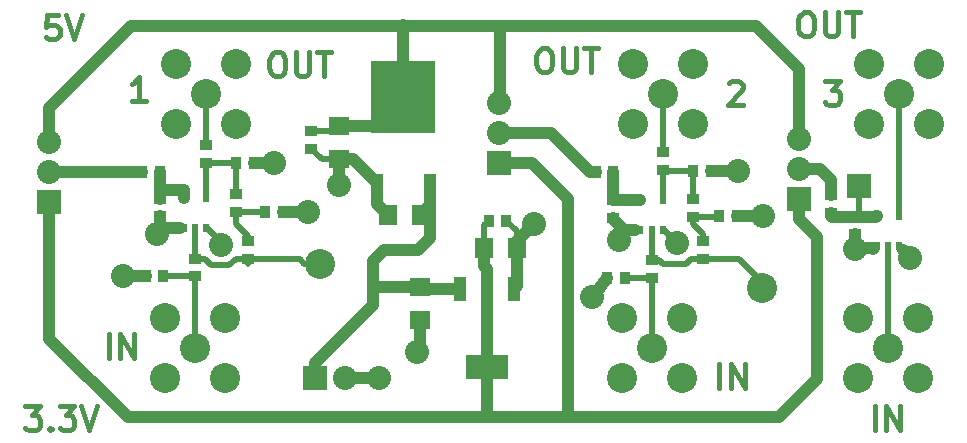
<source format=gtl>
G04 (created by PCBNEW (2013-07-07 BZR 4022)-stable) date 11/20/2013 5:37:08 PM*
%MOIN*%
G04 Gerber Fmt 3.4, Leading zero omitted, Abs format*
%FSLAX34Y34*%
G01*
G70*
G90*
G04 APERTURE LIST*
%ADD10C,0.00590551*%
%ADD11C,0.015*%
%ADD12R,0.0393X0.0629*%
%ADD13R,0.2125X0.244*%
%ADD14R,0.02X0.03*%
%ADD15R,0.144X0.08*%
%ADD16R,0.04X0.08*%
%ADD17R,0.0394X0.0354*%
%ADD18R,0.0354X0.0394*%
%ADD19R,0.063X0.071*%
%ADD20R,0.071X0.063*%
%ADD21C,0.1*%
%ADD22R,0.08X0.08*%
%ADD23C,0.08*%
%ADD24C,0.04*%
%ADD25C,0.02*%
G04 APERTURE END LIST*
G54D10*
G54D11*
X27233Y12376D02*
X27728Y12376D01*
X27461Y12071D01*
X27576Y12071D01*
X27652Y12033D01*
X27690Y11995D01*
X27728Y11919D01*
X27728Y11728D01*
X27690Y11652D01*
X27652Y11614D01*
X27576Y11576D01*
X27347Y11576D01*
X27271Y11614D01*
X27233Y11652D01*
X24021Y12300D02*
X24059Y12338D01*
X24135Y12376D01*
X24326Y12376D01*
X24402Y12338D01*
X24440Y12300D01*
X24478Y12223D01*
X24478Y12147D01*
X24440Y12033D01*
X23983Y11576D01*
X24478Y11576D01*
X4578Y11701D02*
X4121Y11701D01*
X4350Y11701D02*
X4350Y12501D01*
X4273Y12386D01*
X4197Y12310D01*
X4121Y12272D01*
X569Y1526D02*
X1064Y1526D01*
X797Y1221D01*
X911Y1221D01*
X988Y1183D01*
X1026Y1145D01*
X1064Y1069D01*
X1064Y878D01*
X1026Y802D01*
X988Y764D01*
X911Y726D01*
X683Y726D01*
X607Y764D01*
X569Y802D01*
X1407Y802D02*
X1445Y764D01*
X1407Y726D01*
X1369Y764D01*
X1407Y802D01*
X1407Y726D01*
X1711Y1526D02*
X2207Y1526D01*
X1940Y1221D01*
X2054Y1221D01*
X2130Y1183D01*
X2169Y1145D01*
X2207Y1069D01*
X2207Y878D01*
X2169Y802D01*
X2130Y764D01*
X2054Y726D01*
X1826Y726D01*
X1750Y764D01*
X1711Y802D01*
X2435Y1526D02*
X2702Y726D01*
X2969Y1526D01*
X1672Y14551D02*
X1291Y14551D01*
X1253Y14170D01*
X1291Y14208D01*
X1367Y14246D01*
X1558Y14246D01*
X1634Y14208D01*
X1672Y14170D01*
X1710Y14094D01*
X1710Y13903D01*
X1672Y13827D01*
X1634Y13789D01*
X1558Y13751D01*
X1367Y13751D01*
X1291Y13789D01*
X1253Y13827D01*
X1939Y14551D02*
X2205Y13751D01*
X2472Y14551D01*
X26525Y14651D02*
X26677Y14651D01*
X26753Y14613D01*
X26829Y14536D01*
X26867Y14384D01*
X26867Y14117D01*
X26829Y13965D01*
X26753Y13889D01*
X26677Y13851D01*
X26525Y13851D01*
X26448Y13889D01*
X26372Y13965D01*
X26334Y14117D01*
X26334Y14384D01*
X26372Y14536D01*
X26448Y14613D01*
X26525Y14651D01*
X27210Y14651D02*
X27210Y14003D01*
X27248Y13927D01*
X27286Y13889D01*
X27363Y13851D01*
X27515Y13851D01*
X27591Y13889D01*
X27629Y13927D01*
X27667Y14003D01*
X27667Y14651D01*
X27934Y14651D02*
X28391Y14651D01*
X28163Y13851D02*
X28163Y14651D01*
X17800Y13451D02*
X17952Y13451D01*
X18028Y13413D01*
X18104Y13336D01*
X18142Y13184D01*
X18142Y12917D01*
X18104Y12765D01*
X18028Y12689D01*
X17952Y12651D01*
X17800Y12651D01*
X17723Y12689D01*
X17647Y12765D01*
X17609Y12917D01*
X17609Y13184D01*
X17647Y13336D01*
X17723Y13413D01*
X17800Y13451D01*
X18485Y13451D02*
X18485Y12803D01*
X18523Y12727D01*
X18561Y12689D01*
X18638Y12651D01*
X18790Y12651D01*
X18866Y12689D01*
X18904Y12727D01*
X18942Y12803D01*
X18942Y13451D01*
X19209Y13451D02*
X19666Y13451D01*
X19438Y12651D02*
X19438Y13451D01*
X8900Y13326D02*
X9052Y13326D01*
X9128Y13288D01*
X9204Y13211D01*
X9242Y13059D01*
X9242Y12792D01*
X9204Y12640D01*
X9128Y12564D01*
X9052Y12526D01*
X8900Y12526D01*
X8823Y12564D01*
X8747Y12640D01*
X8709Y12792D01*
X8709Y13059D01*
X8747Y13211D01*
X8823Y13288D01*
X8900Y13326D01*
X9585Y13326D02*
X9585Y12678D01*
X9623Y12602D01*
X9661Y12564D01*
X9738Y12526D01*
X9890Y12526D01*
X9966Y12564D01*
X10004Y12602D01*
X10042Y12678D01*
X10042Y13326D01*
X10309Y13326D02*
X10766Y13326D01*
X10538Y12526D02*
X10538Y13326D01*
X28880Y726D02*
X28880Y1526D01*
X29261Y726D02*
X29261Y1526D01*
X29719Y726D01*
X29719Y1526D01*
X23705Y2126D02*
X23705Y2926D01*
X24086Y2126D02*
X24086Y2926D01*
X24544Y2126D01*
X24544Y2926D01*
X3355Y3126D02*
X3355Y3926D01*
X3736Y3126D02*
X3736Y3926D01*
X4194Y3126D01*
X4194Y3926D01*
G54D12*
X12278Y8961D03*
X14072Y8961D03*
G54D13*
X13175Y11834D03*
G54D14*
X5850Y7450D03*
X6600Y7450D03*
X5850Y8450D03*
X6225Y7450D03*
X6600Y8450D03*
X21075Y7400D03*
X21825Y7400D03*
X21075Y8400D03*
X21450Y7400D03*
X21825Y8400D03*
G54D15*
X15962Y2837D03*
G54D16*
X15962Y5437D03*
X15062Y5437D03*
X16862Y5437D03*
G54D17*
X23150Y6429D03*
X23150Y7021D03*
G54D18*
X20546Y5800D03*
X19954Y5800D03*
G54D17*
X22825Y7829D03*
X22825Y8421D03*
X21825Y9404D03*
X21825Y9996D03*
G54D18*
X19579Y9325D03*
X20171Y9325D03*
X4454Y9325D03*
X5046Y9325D03*
G54D17*
X6600Y9629D03*
X6600Y10221D03*
X7600Y8004D03*
X7600Y8596D03*
X8000Y6429D03*
X8000Y7021D03*
G54D18*
X5171Y5850D03*
X4579Y5850D03*
G54D19*
X12650Y7900D03*
X13750Y7900D03*
G54D20*
X11025Y9750D03*
X11025Y10850D03*
X13737Y4387D03*
X13737Y5487D03*
G54D19*
X16962Y6787D03*
X15862Y6787D03*
G54D17*
X20175Y7804D03*
X20175Y8396D03*
X6225Y5854D03*
X6225Y6446D03*
G54D18*
X16608Y7712D03*
X16016Y7712D03*
X23421Y9375D03*
X22829Y9375D03*
X24296Y7850D03*
X23704Y7850D03*
G54D17*
X21450Y5804D03*
X21450Y6396D03*
G54D18*
X9146Y8000D03*
X8554Y8000D03*
X8196Y9625D03*
X7604Y9625D03*
G54D17*
X10100Y10104D03*
X10100Y10696D03*
X5050Y7854D03*
X5050Y8446D03*
G54D14*
X28950Y6850D03*
X29700Y6850D03*
X28950Y7850D03*
X29325Y6850D03*
X29700Y7850D03*
G54D21*
X21825Y11925D03*
X22825Y12925D03*
X20825Y12925D03*
X20825Y10925D03*
X22825Y10925D03*
X21450Y3475D03*
X22450Y4475D03*
X20450Y4475D03*
X20450Y2475D03*
X22450Y2475D03*
X29325Y3475D03*
X30325Y4475D03*
X28325Y4475D03*
X28325Y2475D03*
X30325Y2475D03*
X29700Y11925D03*
X30700Y12925D03*
X28700Y12925D03*
X28700Y10925D03*
X30700Y10925D03*
G54D17*
X27425Y8571D03*
X27425Y7979D03*
G54D22*
X1375Y8325D03*
G54D23*
X1375Y9325D03*
X1375Y10325D03*
G54D22*
X16375Y9625D03*
G54D23*
X16375Y10625D03*
X16375Y11625D03*
G54D22*
X26375Y8425D03*
G54D23*
X26375Y9425D03*
X26375Y10425D03*
G54D22*
X10225Y2475D03*
G54D23*
X11225Y2475D03*
G54D22*
X28375Y8850D03*
G54D21*
X10400Y6275D03*
X25125Y5450D03*
X6600Y11925D03*
X7600Y12925D03*
X5600Y12925D03*
X5600Y10925D03*
X7600Y10925D03*
X6225Y3475D03*
X7225Y4475D03*
X5225Y4475D03*
X5225Y2475D03*
X7225Y2475D03*
G54D17*
X28225Y7254D03*
X28225Y7846D03*
G54D23*
X12375Y2475D03*
X30075Y6475D03*
X28225Y6775D03*
X20350Y7075D03*
X22300Y6950D03*
X7100Y6900D03*
X19475Y5175D03*
X24325Y9375D03*
X25175Y7850D03*
X17525Y7600D03*
X13625Y3325D03*
X11025Y8900D03*
X10000Y8000D03*
X8875Y9625D03*
X4950Y7275D03*
X3825Y5850D03*
G54D24*
X15962Y2837D02*
X15962Y1162D01*
X15962Y1162D02*
X15975Y1150D01*
X16375Y9625D02*
X17450Y9625D01*
X18650Y8425D02*
X18650Y1150D01*
X17450Y9625D02*
X18650Y8425D01*
X26375Y8425D02*
X26375Y7775D01*
X26350Y7800D02*
X26375Y7775D01*
X26375Y7775D02*
X26975Y7175D01*
X25700Y1150D02*
X18650Y1150D01*
X18650Y1150D02*
X16925Y1150D01*
X15975Y1150D02*
X16925Y1150D01*
X26975Y2425D02*
X25700Y1150D01*
X26975Y7175D02*
X26975Y2425D01*
X15962Y2837D02*
X15962Y5437D01*
X13175Y1150D02*
X13550Y1150D01*
X1375Y8325D02*
X1375Y3774D01*
X4000Y1150D02*
X13175Y1150D01*
X1375Y3774D02*
X4000Y1150D01*
X13550Y1150D02*
X15975Y1150D01*
G54D25*
X16016Y7712D02*
X15862Y7558D01*
X15862Y7558D02*
X15862Y6787D01*
G54D24*
X15962Y5437D02*
X15962Y6112D01*
X15862Y6212D02*
X15862Y6787D01*
X15962Y6112D02*
X15862Y6212D01*
X13175Y11834D02*
X13175Y14200D01*
X13150Y14225D02*
X13150Y14200D01*
X13175Y14200D02*
X13150Y14225D01*
X16375Y11625D02*
X16400Y11650D01*
X16400Y14175D02*
X16400Y14200D01*
X16400Y11650D02*
X16400Y14175D01*
X26375Y10425D02*
X26375Y12750D01*
X9775Y14200D02*
X13150Y14200D01*
X1375Y11475D02*
X4100Y14200D01*
X4100Y14200D02*
X9775Y14200D01*
X1375Y10325D02*
X1375Y11475D01*
X13150Y14200D02*
X15025Y14200D01*
X26375Y12750D02*
X24925Y14200D01*
X24925Y14200D02*
X16400Y14200D01*
X16400Y14200D02*
X14825Y14200D01*
X11025Y10850D02*
X12191Y10850D01*
X12191Y10850D02*
X13175Y11834D01*
G54D25*
X10100Y10696D02*
X10871Y10696D01*
X10871Y10696D02*
X11025Y10850D01*
X6225Y3399D02*
X6225Y5854D01*
X6225Y5854D02*
X5175Y5854D01*
X5175Y5854D02*
X5171Y5850D01*
X21450Y3799D02*
X21450Y5804D01*
X20546Y5800D02*
X21446Y5800D01*
X21446Y5800D02*
X21450Y5804D01*
X6600Y10221D02*
X6600Y11575D01*
X21825Y11525D02*
X21825Y9996D01*
X8000Y7021D02*
X8000Y7200D01*
X7600Y7600D02*
X7600Y8004D01*
X8000Y7200D02*
X7600Y7600D01*
X7600Y8004D02*
X8550Y8004D01*
X8550Y8004D02*
X8554Y8000D01*
X10400Y6275D02*
X9875Y6275D01*
X9721Y6429D02*
X9875Y6275D01*
X9721Y6429D02*
X8000Y6429D01*
X6225Y6446D02*
X6554Y6446D01*
X7579Y6429D02*
X8000Y6429D01*
X7375Y6225D02*
X7579Y6429D01*
X6775Y6225D02*
X7375Y6225D01*
X6554Y6446D02*
X6775Y6225D01*
X8000Y6429D02*
X8000Y6275D01*
X8000Y6275D02*
X8000Y6429D01*
X6225Y6446D02*
X6225Y7450D01*
X6600Y9629D02*
X6600Y8450D01*
X7604Y9625D02*
X6604Y9625D01*
X6604Y9625D02*
X6600Y9629D01*
X7600Y8596D02*
X7600Y9621D01*
X7600Y9621D02*
X7604Y9625D01*
X23150Y7021D02*
X23150Y7275D01*
X22825Y7600D02*
X22825Y7829D01*
X23150Y7275D02*
X22825Y7600D01*
X22825Y7829D02*
X23683Y7829D01*
X23683Y7829D02*
X23704Y7850D01*
X24725Y6050D02*
X25125Y5650D01*
X24346Y6429D02*
X24725Y6050D01*
X23150Y6429D02*
X24346Y6429D01*
X25125Y5650D02*
X25125Y5450D01*
X21450Y6396D02*
X21679Y6396D01*
X23150Y6425D02*
X23150Y6429D01*
X22775Y6425D02*
X23150Y6425D01*
X22600Y6250D02*
X22775Y6425D01*
X21825Y6250D02*
X22600Y6250D01*
X21679Y6396D02*
X21825Y6250D01*
X21450Y7400D02*
X21450Y6396D01*
X21825Y8400D02*
X21825Y9404D01*
X21825Y9404D02*
X21854Y9375D01*
X21854Y9375D02*
X22829Y9375D01*
X22829Y9375D02*
X22825Y9371D01*
X22825Y9371D02*
X22825Y8421D01*
G54D24*
X1375Y9325D02*
X4454Y9325D01*
X5050Y8725D02*
X5050Y9321D01*
X5050Y9321D02*
X5046Y9325D01*
X5050Y8446D02*
X5050Y8725D01*
X5850Y8725D02*
X5850Y8450D01*
X5050Y8725D02*
X5850Y8725D01*
X19579Y9325D02*
X19400Y9325D01*
X18100Y10625D02*
X19400Y9325D01*
X18100Y10625D02*
X16375Y10625D01*
X20171Y9325D02*
X20171Y8400D01*
X20171Y8400D02*
X21075Y8400D01*
X26375Y9425D02*
X27050Y9425D01*
X27425Y8625D02*
X27425Y8571D01*
X27425Y9050D02*
X27425Y8625D01*
X27050Y9425D02*
X27425Y9050D01*
G54D25*
X28375Y8850D02*
X28375Y7925D01*
X28375Y7925D02*
X28225Y7846D01*
G54D24*
X28225Y7846D02*
X28921Y7846D01*
X28925Y7850D02*
X28950Y7850D01*
X28921Y7846D02*
X28925Y7850D01*
X28225Y7846D02*
X27454Y7846D01*
X27425Y7875D02*
X27425Y7979D01*
X27454Y7846D02*
X27425Y7875D01*
X10225Y2475D02*
X10225Y2950D01*
X12175Y5550D02*
X12162Y5550D01*
X12175Y4900D02*
X12175Y5550D01*
X10225Y2950D02*
X12175Y4900D01*
X13750Y7900D02*
X14072Y8222D01*
X12162Y5487D02*
X12162Y5550D01*
X12162Y5550D02*
X12162Y6362D01*
X14072Y7147D02*
X14072Y8961D01*
X13650Y6725D02*
X14072Y7147D01*
X12525Y6725D02*
X13650Y6725D01*
X12162Y6362D02*
X12525Y6725D01*
X12162Y5487D02*
X13737Y5487D01*
X15062Y5437D02*
X13787Y5437D01*
X13787Y5437D02*
X13737Y5487D01*
X14072Y8222D02*
X14072Y8961D01*
X11225Y2475D02*
X12375Y2475D01*
G54D25*
X29700Y6850D02*
X29800Y6750D01*
X29800Y6750D02*
X29700Y6850D01*
G54D24*
X29825Y6725D02*
X30100Y6450D01*
X28225Y6800D02*
X28800Y6800D01*
X28850Y6800D02*
X28825Y6775D01*
X28800Y6800D02*
X28850Y6800D01*
X28225Y7254D02*
X28225Y6800D01*
X28225Y6800D02*
X28225Y6800D01*
X28225Y6800D02*
X28225Y6775D01*
G54D25*
X21075Y7400D02*
X20900Y7400D01*
G54D24*
X20900Y7400D02*
X20625Y7400D01*
G54D25*
X5850Y7450D02*
X5725Y7450D01*
G54D24*
X5050Y7475D02*
X5075Y7450D01*
X5075Y7450D02*
X5725Y7450D01*
X5050Y7475D02*
X5050Y7854D01*
X20625Y7400D02*
X20350Y7125D01*
X20350Y7125D02*
X20350Y7075D01*
G54D25*
X21825Y7400D02*
X21850Y7400D01*
X21850Y7400D02*
X22300Y6950D01*
X6600Y7450D02*
X6625Y7450D01*
X7125Y6925D02*
X7100Y6900D01*
X7150Y6925D02*
X7125Y6925D01*
X6625Y7450D02*
X7150Y6925D01*
G54D24*
X19954Y5800D02*
X19479Y5179D01*
X19479Y5179D02*
X19475Y5175D01*
X23421Y9375D02*
X24325Y9375D01*
X24296Y7850D02*
X25175Y7850D01*
X16962Y6787D02*
X16962Y7037D01*
X16962Y7037D02*
X17525Y7600D01*
X13737Y4387D02*
X13737Y3437D01*
X13737Y3437D02*
X13625Y3325D01*
X11025Y9750D02*
X11025Y8900D01*
X9146Y8000D02*
X10000Y8000D01*
X8196Y9625D02*
X8875Y9625D01*
X5050Y7854D02*
X5050Y7375D01*
X5050Y7375D02*
X4950Y7275D01*
X4579Y5850D02*
X3825Y5850D01*
G54D25*
X16608Y7712D02*
X16962Y7358D01*
X16962Y7358D02*
X16962Y6787D01*
G54D24*
X16862Y5437D02*
X16962Y5537D01*
X16962Y5537D02*
X16962Y6787D01*
X12278Y8961D02*
X12278Y8272D01*
X12278Y8272D02*
X12650Y7900D01*
X11025Y9750D02*
X11489Y9750D01*
X11489Y9750D02*
X12278Y8961D01*
G54D25*
X10100Y10104D02*
X10454Y9750D01*
X10454Y9750D02*
X11025Y9750D01*
G54D24*
X20175Y7804D02*
X20175Y7750D01*
X20525Y7400D02*
X20625Y7400D01*
X20175Y7750D02*
X20525Y7400D01*
G54D25*
X29325Y6850D02*
X29325Y3475D01*
X29700Y11925D02*
X29700Y7850D01*
M02*

</source>
